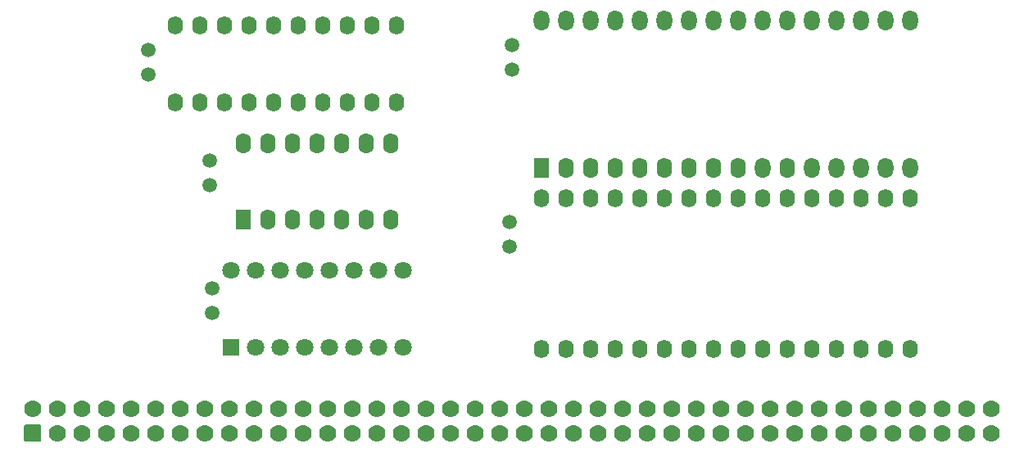
<source format=gts>
G04 Layer: TopSolderMaskLayer*
G04 EasyEDA v6.5.40, 2024-07-03 13:40:39*
G04 c2fe2fc941da410b8db267e61518d843,7243cdaf381449fe92b9da44aa7c23a7,10*
G04 Gerber Generator version 0.2*
G04 Scale: 100 percent, Rotated: No, Reflected: No *
G04 Dimensions in millimeters *
G04 leading zeros omitted , absolute positions ,4 integer and 5 decimal *
%FSLAX45Y45*%
%MOMM*%

%AMMACRO1*1,1,$1,$2,$3*1,1,$1,$4,$5*1,1,$1,0-$2,0-$3*1,1,$1,0-$4,0-$5*20,1,$1,$2,$3,$4,$5,0*20,1,$1,$4,$5,0-$2,0-$3,0*20,1,$1,0-$2,0-$3,0-$4,0-$5,0*20,1,$1,0-$4,0-$5,$2,$3,0*4,1,4,$2,$3,$4,$5,0-$2,0-$3,0-$4,0-$5,$2,$3,0*%
%ADD10MACRO1,0.2032X0.7874X-0.7874X-0.7874X-0.7874*%
%ADD11C,1.7780*%
%ADD12R,1.6016X2.1016*%
%ADD13O,1.6015970000000002X2.1015960000000002*%
%ADD14O,1.5635986X1.9291046*%
%ADD15O,1.6256000000000002X2.1015960000000002*%
%ADD16R,1.8016X1.8016*%
%ADD17C,1.8016*%
%ADD18C,1.4986*%

%LPD*%
D10*
G01*
X457200Y-4902200D03*
D11*
G01*
X9855200Y-4902200D03*
G01*
X9601200Y-4902200D03*
G01*
X9347200Y-4902200D03*
G01*
X9093200Y-4902200D03*
G01*
X8839200Y-4902200D03*
G01*
X8585200Y-4902200D03*
G01*
X8331200Y-4902200D03*
G01*
X8077200Y-4902200D03*
G01*
X7823200Y-4902200D03*
G01*
X7569200Y-4902200D03*
G01*
X7315200Y-4902200D03*
G01*
X7061200Y-4902200D03*
G01*
X6807200Y-4902200D03*
G01*
X6553200Y-4902200D03*
G01*
X6299200Y-4902200D03*
G01*
X6045200Y-4902200D03*
G01*
X5791200Y-4902200D03*
G01*
X5537200Y-4902200D03*
G01*
X5283200Y-4902200D03*
G01*
X5029200Y-4902200D03*
G01*
X4775200Y-4902200D03*
G01*
X4521200Y-4902200D03*
G01*
X4267200Y-4902200D03*
G01*
X4013200Y-4902200D03*
G01*
X3759200Y-4902200D03*
G01*
X3505200Y-4902200D03*
G01*
X3251200Y-4902200D03*
G01*
X2997200Y-4902200D03*
G01*
X2743200Y-4902200D03*
G01*
X2489200Y-4902200D03*
G01*
X2235200Y-4902200D03*
G01*
X1981200Y-4902200D03*
G01*
X1727200Y-4902200D03*
G01*
X1473200Y-4902200D03*
G01*
X1219200Y-4902200D03*
G01*
X965200Y-4902200D03*
G01*
X711200Y-4902200D03*
G01*
X10109200Y-4902200D03*
G01*
X9855200Y-4648200D03*
G01*
X9601200Y-4648200D03*
G01*
X9347200Y-4648200D03*
G01*
X9093200Y-4648200D03*
G01*
X8839200Y-4648200D03*
G01*
X8585200Y-4648200D03*
G01*
X8331200Y-4648200D03*
G01*
X8077200Y-4648200D03*
G01*
X7823200Y-4648200D03*
G01*
X7569200Y-4648200D03*
G01*
X7315200Y-4648200D03*
G01*
X7061200Y-4648200D03*
G01*
X6807200Y-4648200D03*
G01*
X6553200Y-4648200D03*
G01*
X6299200Y-4648200D03*
G01*
X6045200Y-4648200D03*
G01*
X5791200Y-4648200D03*
G01*
X5537200Y-4648200D03*
G01*
X5283200Y-4648200D03*
G01*
X5029200Y-4648200D03*
G01*
X4775200Y-4648200D03*
G01*
X4521200Y-4648200D03*
G01*
X4267200Y-4648200D03*
G01*
X4013200Y-4648200D03*
G01*
X3759200Y-4648200D03*
G01*
X3505200Y-4648200D03*
G01*
X3251200Y-4648200D03*
G01*
X2997200Y-4648200D03*
G01*
X2743200Y-4648200D03*
G01*
X2489200Y-4648200D03*
G01*
X2235200Y-4648200D03*
G01*
X1981200Y-4648200D03*
G01*
X1727200Y-4648200D03*
G01*
X1473200Y-4648200D03*
G01*
X1219200Y-4648200D03*
G01*
X965200Y-4648200D03*
G01*
X10109200Y-4648200D03*
G01*
X711200Y-4648200D03*
G01*
X457200Y-4648200D03*
G01*
X10363200Y-4902200D03*
G01*
X10363200Y-4648200D03*
D12*
G01*
X2634005Y-2688615D03*
D13*
G01*
X2888005Y-2688615D03*
G01*
X3142005Y-2688615D03*
G01*
X3396005Y-2688615D03*
G01*
X3650005Y-2688615D03*
G01*
X3904005Y-2688615D03*
G01*
X4158005Y-2688615D03*
G01*
X2634005Y-1898624D03*
G01*
X2888005Y-1898624D03*
G01*
X3142005Y-1898624D03*
G01*
X3396005Y-1898624D03*
G01*
X3650005Y-1898624D03*
G01*
X3904005Y-1898624D03*
G01*
X4158005Y-1898624D03*
D14*
G01*
X1930400Y-1474800D03*
G01*
X1930400Y-680796D03*
G01*
X2184400Y-1474800D03*
G01*
X2184400Y-680796D03*
G01*
X2438400Y-1474800D03*
G01*
X2438400Y-680796D03*
G01*
X2692400Y-1474800D03*
G01*
X2692400Y-680796D03*
G01*
X2946400Y-1474800D03*
G01*
X2946400Y-680796D03*
G01*
X3200400Y-1474800D03*
G01*
X3200400Y-680796D03*
G01*
X3454400Y-1474800D03*
G01*
X3454400Y-680796D03*
G01*
X3708400Y-1474800D03*
G01*
X3708400Y-680796D03*
G01*
X3962400Y-1474800D03*
G01*
X3962400Y-680796D03*
G01*
X4216400Y-1474800D03*
G01*
X4216400Y-680796D03*
D15*
G01*
X6477025Y-635000D03*
G01*
X6223025Y-635000D03*
G01*
X5969025Y-635000D03*
G01*
X5715025Y-635000D03*
G01*
X9271025Y-635000D03*
G01*
X9017025Y-635000D03*
G01*
X8763025Y-635000D03*
G01*
X8509025Y-635000D03*
G01*
X8255025Y-635000D03*
G01*
X8001025Y-635000D03*
G01*
X7747025Y-635000D03*
G01*
X6731025Y-635000D03*
G01*
X6985025Y-635000D03*
G01*
X7239025Y-635000D03*
G01*
X7493025Y-635000D03*
G01*
X9525025Y-635000D03*
G01*
X8763025Y-2159000D03*
D13*
G01*
X7747025Y-2159000D03*
G01*
X7493025Y-2159000D03*
G01*
X7239025Y-2159000D03*
G01*
X6985025Y-2159000D03*
G01*
X6731025Y-2159000D03*
G01*
X6477025Y-2159000D03*
G01*
X6223025Y-2159000D03*
G01*
X5969025Y-2159000D03*
D12*
G01*
X5715000Y-2159000D03*
D15*
G01*
X8001025Y-2159000D03*
G01*
X8509025Y-2159000D03*
D13*
G01*
X8255025Y-2159000D03*
D15*
G01*
X9017025Y-2159000D03*
G01*
X9525025Y-2159000D03*
G01*
X9271025Y-2159000D03*
D14*
G01*
X5715025Y-4031208D03*
G01*
X5715025Y-2471191D03*
G01*
X5969025Y-4031208D03*
G01*
X5969025Y-2471191D03*
G01*
X6223025Y-4031208D03*
G01*
X6223025Y-2471191D03*
G01*
X6477025Y-4031208D03*
G01*
X6477025Y-2471191D03*
G01*
X6731025Y-4031208D03*
G01*
X6731025Y-2471191D03*
G01*
X6985025Y-4031208D03*
G01*
X6985025Y-2471191D03*
G01*
X7239025Y-4031208D03*
G01*
X7239025Y-2471191D03*
G01*
X7493025Y-4031208D03*
G01*
X7493025Y-2471191D03*
G01*
X7747025Y-4031208D03*
G01*
X7747025Y-2471191D03*
G01*
X8001025Y-4031208D03*
G01*
X8001025Y-2471191D03*
G01*
X8255025Y-4031208D03*
G01*
X8255025Y-2471191D03*
G01*
X8509025Y-4031208D03*
G01*
X8509025Y-2471191D03*
G01*
X8763025Y-4031208D03*
G01*
X8763025Y-2471191D03*
G01*
X9017025Y-4031208D03*
G01*
X9017025Y-2471191D03*
G01*
X9271025Y-4031208D03*
G01*
X9271025Y-2471191D03*
G01*
X9525025Y-4031208D03*
G01*
X9525025Y-2471191D03*
D16*
G01*
X2507945Y-4006519D03*
D17*
G01*
X2761945Y-4006519D03*
G01*
X4031945Y-4006519D03*
G01*
X4285945Y-4006519D03*
G01*
X3015945Y-4006519D03*
G01*
X3269945Y-4006519D03*
G01*
X3777945Y-4006519D03*
G01*
X3523945Y-4006519D03*
G01*
X4285945Y-3212515D03*
G01*
X4031945Y-3212515D03*
G01*
X3777945Y-3212515D03*
G01*
X3523945Y-3212515D03*
G01*
X3269945Y-3212515D03*
G01*
X3015945Y-3212515D03*
G01*
X2761945Y-3212515D03*
G01*
X2507945Y-3212515D03*
D18*
G01*
X1651000Y-1193800D03*
G01*
X1651000Y-939800D03*
G01*
X2311400Y-3657600D03*
G01*
X2311400Y-3403600D03*
G01*
X2286000Y-2336800D03*
G01*
X2286000Y-2082800D03*
G01*
X5384825Y-2971800D03*
G01*
X5384825Y-2717800D03*
G01*
X5410809Y-1143000D03*
G01*
X5410809Y-889000D03*
M02*

</source>
